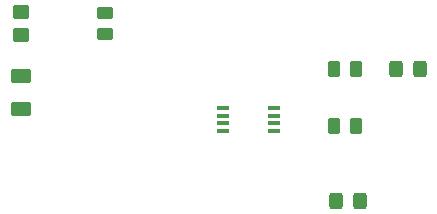
<source format=gbr>
%TF.GenerationSoftware,KiCad,Pcbnew,7.0.1*%
%TF.CreationDate,2023-06-06T22:13:03-06:00*%
%TF.ProjectId,CarSensor,43617253-656e-4736-9f72-2e6b69636164,rev?*%
%TF.SameCoordinates,Original*%
%TF.FileFunction,Paste,Top*%
%TF.FilePolarity,Positive*%
%FSLAX46Y46*%
G04 Gerber Fmt 4.6, Leading zero omitted, Abs format (unit mm)*
G04 Created by KiCad (PCBNEW 7.0.1) date 2023-06-06 22:13:03*
%MOMM*%
%LPD*%
G01*
G04 APERTURE LIST*
G04 Aperture macros list*
%AMRoundRect*
0 Rectangle with rounded corners*
0 $1 Rounding radius*
0 $2 $3 $4 $5 $6 $7 $8 $9 X,Y pos of 4 corners*
0 Add a 4 corners polygon primitive as box body*
4,1,4,$2,$3,$4,$5,$6,$7,$8,$9,$2,$3,0*
0 Add four circle primitives for the rounded corners*
1,1,$1+$1,$2,$3*
1,1,$1+$1,$4,$5*
1,1,$1+$1,$6,$7*
1,1,$1+$1,$8,$9*
0 Add four rect primitives between the rounded corners*
20,1,$1+$1,$2,$3,$4,$5,0*
20,1,$1+$1,$4,$5,$6,$7,0*
20,1,$1+$1,$6,$7,$8,$9,0*
20,1,$1+$1,$8,$9,$2,$3,0*%
G04 Aperture macros list end*
%ADD10R,1.100000X0.400000*%
%ADD11RoundRect,0.250000X-0.262500X-0.450000X0.262500X-0.450000X0.262500X0.450000X-0.262500X0.450000X0*%
%ADD12RoundRect,0.250000X-0.450000X0.262500X-0.450000X-0.262500X0.450000X-0.262500X0.450000X0.262500X0*%
%ADD13RoundRect,0.250000X-0.450000X0.350000X-0.450000X-0.350000X0.450000X-0.350000X0.450000X0.350000X0*%
%ADD14RoundRect,0.250000X0.325000X0.450000X-0.325000X0.450000X-0.325000X-0.450000X0.325000X-0.450000X0*%
%ADD15RoundRect,0.250000X-0.325000X-0.450000X0.325000X-0.450000X0.325000X0.450000X-0.325000X0.450000X0*%
%ADD16RoundRect,0.250000X0.625000X-0.375000X0.625000X0.375000X-0.625000X0.375000X-0.625000X-0.375000X0*%
G04 APERTURE END LIST*
D10*
%TO.C,U1*%
X133468000Y-61255000D03*
X133468000Y-61905000D03*
X133468000Y-62555000D03*
X133468000Y-63205000D03*
X129168000Y-63205000D03*
X129168000Y-62555000D03*
X129168000Y-61905000D03*
X129168000Y-61255000D03*
%TD*%
D11*
%TO.C,R4*%
X140358500Y-57912000D03*
X138533500Y-57912000D03*
%TD*%
%TO.C,R3*%
X140358500Y-62738000D03*
X138533500Y-62738000D03*
%TD*%
D12*
%TO.C,R2*%
X119126000Y-55014500D03*
X119126000Y-53189500D03*
%TD*%
D13*
%TO.C,R1*%
X112014000Y-55102000D03*
X112014000Y-53102000D03*
%TD*%
D14*
%TO.C,D4*%
X145805000Y-57912000D03*
X143755000Y-57912000D03*
%TD*%
D15*
%TO.C,D3*%
X140725000Y-69088000D03*
X138675000Y-69088000D03*
%TD*%
D16*
%TO.C,D1*%
X112014000Y-58544000D03*
X112014000Y-61344000D03*
%TD*%
M02*

</source>
